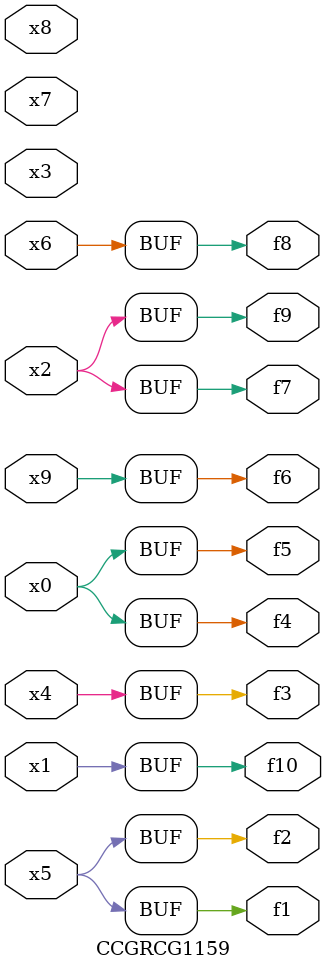
<source format=v>
module CCGRCG1159(
	input x0, x1, x2, x3, x4, x5, x6, x7, x8, x9,
	output f1, f2, f3, f4, f5, f6, f7, f8, f9, f10
);
	assign f1 = x5;
	assign f2 = x5;
	assign f3 = x4;
	assign f4 = x0;
	assign f5 = x0;
	assign f6 = x9;
	assign f7 = x2;
	assign f8 = x6;
	assign f9 = x2;
	assign f10 = x1;
endmodule

</source>
